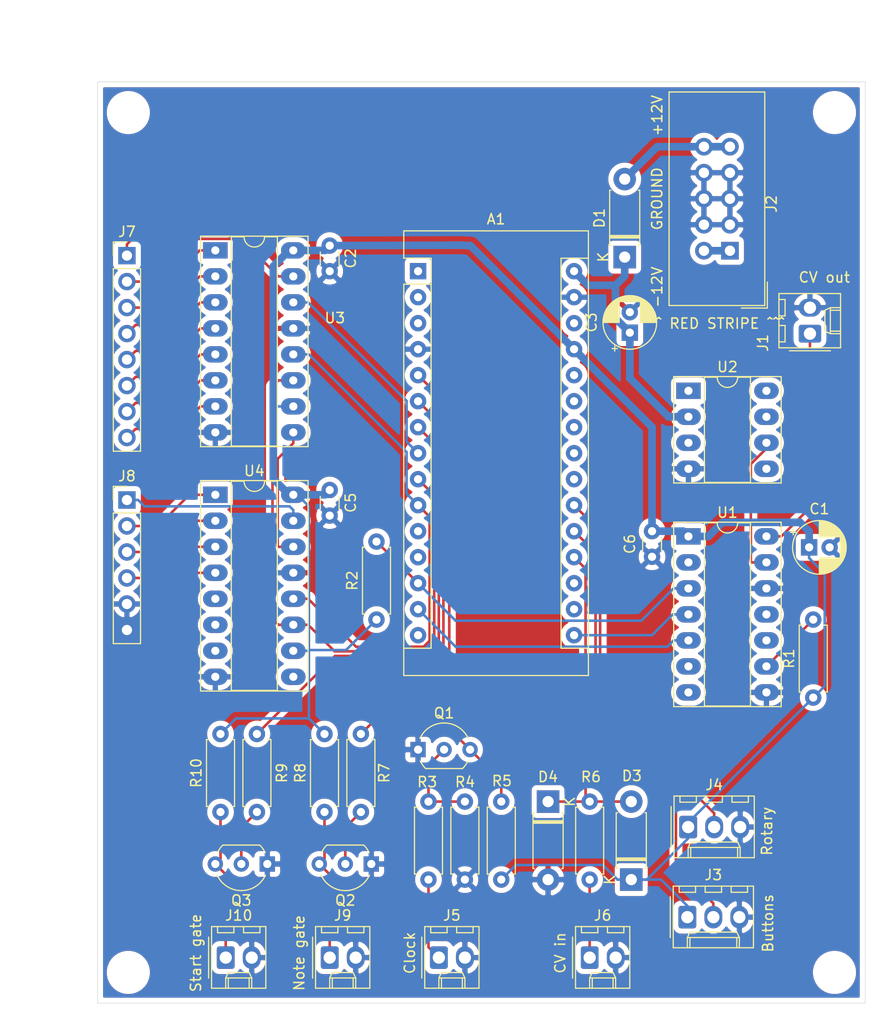
<source format=kicad_pcb>
(kicad_pcb (version 20171130) (host pcbnew 5.1.5-52549c5~84~ubuntu18.04.1)
  (layers (0 F.Cu signal) (31 B.Cu signal) (34 B.Paste user) (35 F.Paste user) (36 B.SilkS user) (37 F.SilkS user) (38 B.Mask user) (39 F.Mask user) (44 Edge.Cuts user))
  (net 0 "")
  (net 1 /Arduino/SCK)
  (net 2 +VIN)
  (net 3 /Arduino/MOSI)
  (net 4 GND)
  (net 5 /Arduino/DAC_CS)
  (net 6 VCC)
  (net 7 /Arduino/D7)
  (net 8 /Arduino/D6)
  (net 9 /Arduino/D5)
  (net 10 /Arduino/D4)
  (net 11 /Arduino/D3)
  (net 12 /Arduino/D2)
  (net 13 /Arduino/A1)
  (net 14 /Arduino/A0)
  (net 15 "/Inputs/Clock in/GATE_IN")
  (net 16 "/Inputs/CV in/CV_IN")
  (net 17 "/Digital out/NOTE_GATE")
  (net 18 "/Digital out/START_GATE")
  (net 19 "/Voltage reference/VREF")
  (net 20 "Net-(A1-Pad15)")
  (net 21 "Net-(A1-Pad28)")
  (net 22 "Net-(A1-Pad12)")
  (net 23 "Net-(A1-Pad11)")
  (net 24 "Net-(A1-Pad26)")
  (net 25 "Net-(A1-Pad25)")
  (net 26 "Net-(A1-Pad24)")
  (net 27 "Net-(A1-Pad23)")
  (net 28 "Net-(A1-Pad22)")
  (net 29 "Net-(A1-Pad3)")
  (net 30 "Net-(A1-Pad18)")
  (net 31 "Net-(A1-Pad2)")
  (net 32 "Net-(A1-Pad17)")
  (net 33 "Net-(A1-Pad1)")
  (net 34 "Net-(D1-Pad2)")
  (net 35 "Net-(J8-Pad4)")
  (net 36 "Net-(J8-Pad3)")
  (net 37 "Net-(J8-Pad2)")
  (net 38 "Net-(J8-Pad1)")
  (net 39 "Net-(Q1-Pad2)")
  (net 40 "Net-(Q2-Pad2)")
  (net 41 "Net-(Q3-Pad2)")
  (net 42 "Net-(R1-Pad2)")
  (net 43 "Net-(U1-Pad7)")
  (net 44 "Net-(U1-Pad6)")
  (net 45 "Net-(U1-Pad11)")
  (net 46 "Net-(U1-Pad10)")
  (net 47 "Net-(U1-Pad2)")
  (net 48 "Net-(U4-Pad9)")
  (net 49 /Arduino/A2)
  (net 50 /DAC/CV_OUT)
  (net 51 "Net-(J7-Pad8)")
  (net 52 "Net-(J7-Pad7)")
  (net 53 "Net-(J7-Pad6)")
  (net 54 "Net-(J7-Pad5)")
  (net 55 "Net-(J7-Pad4)")
  (net 56 "Net-(J7-Pad3)")
  (net 57 "Net-(J7-Pad2)")
  (net 58 "Net-(J7-Pad1)")
  (net 59 "Net-(U2-Pad8)")
  (net 60 "Net-(U2-Pad7)")
  (net 61 "Net-(U2-Pad3)")
  (net 62 "Net-(U2-Pad5)")
  (net 63 "Net-(U2-Pad1)")
  (net 64 "Net-(U3-Pad9)")
  (net 65 "Net-(U4-Pad7)")
  (net 66 "Net-(U4-Pad6)")
  (net 67 "Net-(U4-Pad5)")
  (net 68 "Net-(J2-Pad1)")
  (net 69 "Net-(J8-Pad5)")
  (module Connector_PinHeader_2.54mm:PinHeader_1x06_P2.54mm_Vertical (layer F.Cu) (at 114.864 87.348)
    (fp_text reference J8 (at 0 -2.33) (layer F.SilkS))
    (fp_text value Conn_01x06)
    (pad 6 thru_hole oval (at 0 12.7) (size 1.7 1.7) (drill 1) (layers *.Cu *.Mask) (net 4 GND))
    (pad 5 thru_hole oval (at 0 10.16) (size 1.7 1.7) (drill 1) (layers *.Cu *.Mask) (net 69 "Net-(J8-Pad5)"))
    (pad 4 thru_hole oval (at 0 7.62) (size 1.7 1.7) (drill 1) (layers *.Cu *.Mask) (net 35 "Net-(J8-Pad4)"))
    (pad 3 thru_hole oval (at 0 5.08) (size 1.7 1.7) (drill 1) (layers *.Cu *.Mask) (net 36 "Net-(J8-Pad3)"))
    (pad 2 thru_hole oval (at 0 2.54) (size 1.7 1.7) (drill 1) (layers *.Cu *.Mask) (net 37 "Net-(J8-Pad2)"))
    (pad 1 thru_hole rect (at 0 0) (size 1.7 1.7) (drill 1) (layers *.Cu *.Mask) (net 38 "Net-(J8-Pad1)"))
  )
  (module Connector_Molex:Molex_KK-254_AE-6410-02A_1x02_P2.54mm_Vertical (layer F.Cu) (at 181.6 71.1 90)
    (fp_text reference J1 (at -0.9 -4.6 90) (layer F.SilkS))
    (fp_text value CV_OUT)
    (pad 2 thru_hole oval (at 2.54 0 90) (size 1.74 2.2) (drill 1.2) (layers *.Cu *.Mask) (net 4 GND))
    (pad 1 thru_hole roundrect (at 0 0 90) (size 1.74 2.2) (drill 1.2) (layers *.Cu *.Mask) (roundrect_rratio 0.143678) (net 50 /DAC/CV_OUT))
  )
  (module Connector_Molex:Molex_KK-254_AE-6410-03A_1x03_P2.54mm_Vertical (layer F.Cu) (at 169.62 128.1)
    (fp_text reference J3 (at 2.54 -4.12) (layer F.SilkS))
    (fp_text value BUTTONS)
    (pad 3 thru_hole oval (at 5.08 0) (size 1.74 2.2) (drill 1.2) (layers *.Cu *.Mask) (net 4 GND))
    (pad 2 thru_hole oval (at 2.54 0) (size 1.74 2.2) (drill 1.2) (layers *.Cu *.Mask) (net 13 /Arduino/A1))
    (pad 1 thru_hole roundrect (at 0 0) (size 1.74 2.2) (drill 1.2) (layers *.Cu *.Mask) (roundrect_rratio 0.143678) (net 6 VCC))
  )
  (module Connector_Molex:Molex_KK-254_AE-6410-03A_1x03_P2.54mm_Vertical (layer F.Cu) (at 169.7 119.3)
    (fp_text reference J4 (at 2.54 -4.12) (layer F.SilkS))
    (fp_text value ROTARY)
    (pad 3 thru_hole oval (at 5.08 0) (size 1.74 2.2) (drill 1.2) (layers *.Cu *.Mask) (net 4 GND))
    (pad 2 thru_hole oval (at 2.54 0) (size 1.74 2.2) (drill 1.2) (layers *.Cu *.Mask) (net 49 /Arduino/A2))
    (pad 1 thru_hole roundrect (at 0 0) (size 1.74 2.2) (drill 1.2) (layers *.Cu *.Mask) (roundrect_rratio 0.143678) (net 6 VCC))
  )
  (module Package_DIP:DIP-16_W7.62mm_Socket_LongPads (layer F.Cu) (at 123.5 86.84)
    (fp_text reference U4 (at 3.81 -2.33) (layer F.SilkS))
    (fp_text value 74HC595)
    (pad 16 thru_hole oval (at 7.62 0) (size 2.4 1.6) (drill 0.8) (layers *.Cu *.Mask) (net 6 VCC))
    (pad 8 thru_hole oval (at 0 17.78) (size 2.4 1.6) (drill 0.8) (layers *.Cu *.Mask) (net 4 GND))
    (pad 15 thru_hole oval (at 7.62 2.54) (size 2.4 1.6) (drill 0.8) (layers *.Cu *.Mask) (net 38 "Net-(J8-Pad1)"))
    (pad 7 thru_hole oval (at 0 15.24) (size 2.4 1.6) (drill 0.8) (layers *.Cu *.Mask) (net 65 "Net-(U4-Pad7)"))
    (pad 14 thru_hole oval (at 7.62 5.08) (size 2.4 1.6) (drill 0.8) (layers *.Cu *.Mask) (net 64 "Net-(U3-Pad9)"))
    (pad 6 thru_hole oval (at 0 12.7) (size 2.4 1.6) (drill 0.8) (layers *.Cu *.Mask) (net 66 "Net-(U4-Pad6)"))
    (pad 13 thru_hole oval (at 7.62 7.62) (size 2.4 1.6) (drill 0.8) (layers *.Cu *.Mask) (net 4 GND))
    (pad 5 thru_hole oval (at 0 10.16) (size 2.4 1.6) (drill 0.8) (layers *.Cu *.Mask) (net 67 "Net-(U4-Pad5)"))
    (pad 12 thru_hole oval (at 7.62 10.16) (size 2.4 1.6) (drill 0.8) (layers *.Cu *.Mask) (net 7 /Arduino/D7))
    (pad 4 thru_hole oval (at 0 7.62) (size 2.4 1.6) (drill 0.8) (layers *.Cu *.Mask) (net 69 "Net-(J8-Pad5)"))
    (pad 11 thru_hole oval (at 7.62 12.7) (size 2.4 1.6) (drill 0.8) (layers *.Cu *.Mask) (net 8 /Arduino/D6))
    (pad 3 thru_hole oval (at 0 5.08) (size 2.4 1.6) (drill 0.8) (layers *.Cu *.Mask) (net 35 "Net-(J8-Pad4)"))
    (pad 10 thru_hole oval (at 7.62 15.24) (size 2.4 1.6) (drill 0.8) (layers *.Cu *.Mask) (net 6 VCC))
    (pad 2 thru_hole oval (at 0 2.54) (size 2.4 1.6) (drill 0.8) (layers *.Cu *.Mask) (net 36 "Net-(J8-Pad3)"))
    (pad 9 thru_hole oval (at 7.62 17.78) (size 2.4 1.6) (drill 0.8) (layers *.Cu *.Mask) (net 48 "Net-(U4-Pad9)"))
    (pad 1 thru_hole rect (at 0 0) (size 2.4 1.6) (drill 0.8) (layers *.Cu *.Mask) (net 37 "Net-(J8-Pad2)"))
  )
  (module Package_DIP:DIP-16_W7.62mm_Socket_LongPads (layer F.Cu) (at 123.5 62.964)
    (fp_text reference U3 (at 11.684 6.604) (layer F.SilkS))
    (fp_text value 74HC595)
    (pad 16 thru_hole oval (at 7.62 0) (size 2.4 1.6) (drill 0.8) (layers *.Cu *.Mask) (net 6 VCC))
    (pad 8 thru_hole oval (at 0 17.78) (size 2.4 1.6) (drill 0.8) (layers *.Cu *.Mask) (net 4 GND))
    (pad 15 thru_hole oval (at 7.62 2.54) (size 2.4 1.6) (drill 0.8) (layers *.Cu *.Mask) (net 58 "Net-(J7-Pad1)"))
    (pad 7 thru_hole oval (at 0 15.24) (size 2.4 1.6) (drill 0.8) (layers *.Cu *.Mask) (net 51 "Net-(J7-Pad8)"))
    (pad 14 thru_hole oval (at 7.62 5.08) (size 2.4 1.6) (drill 0.8) (layers *.Cu *.Mask) (net 9 /Arduino/D5))
    (pad 6 thru_hole oval (at 0 12.7) (size 2.4 1.6) (drill 0.8) (layers *.Cu *.Mask) (net 52 "Net-(J7-Pad7)"))
    (pad 13 thru_hole oval (at 7.62 7.62) (size 2.4 1.6) (drill 0.8) (layers *.Cu *.Mask) (net 4 GND))
    (pad 5 thru_hole oval (at 0 10.16) (size 2.4 1.6) (drill 0.8) (layers *.Cu *.Mask) (net 53 "Net-(J7-Pad6)"))
    (pad 12 thru_hole oval (at 7.62 10.16) (size 2.4 1.6) (drill 0.8) (layers *.Cu *.Mask) (net 7 /Arduino/D7))
    (pad 4 thru_hole oval (at 0 7.62) (size 2.4 1.6) (drill 0.8) (layers *.Cu *.Mask) (net 54 "Net-(J7-Pad5)"))
    (pad 11 thru_hole oval (at 7.62 12.7) (size 2.4 1.6) (drill 0.8) (layers *.Cu *.Mask) (net 8 /Arduino/D6))
    (pad 3 thru_hole oval (at 0 5.08) (size 2.4 1.6) (drill 0.8) (layers *.Cu *.Mask) (net 55 "Net-(J7-Pad4)"))
    (pad 10 thru_hole oval (at 7.62 15.24) (size 2.4 1.6) (drill 0.8) (layers *.Cu *.Mask) (net 6 VCC))
    (pad 2 thru_hole oval (at 0 2.54) (size 2.4 1.6) (drill 0.8) (layers *.Cu *.Mask) (net 56 "Net-(J7-Pad3)"))
    (pad 9 thru_hole oval (at 7.62 17.78) (size 2.4 1.6) (drill 0.8) (layers *.Cu *.Mask) (net 64 "Net-(U3-Pad9)"))
    (pad 1 thru_hole rect (at 0 0) (size 2.4 1.6) (drill 0.8) (layers *.Cu *.Mask) (net 57 "Net-(J7-Pad2)"))
  )
  (module Package_DIP:DIP-8_W7.62mm_Socket_LongPads (layer F.Cu) (at 169.728 76.68)
    (fp_text reference U2 (at 3.81 -2.33) (layer F.SilkS))
    (fp_text value REF02CP+)
    (pad 8 thru_hole oval (at 7.62 0) (size 2.4 1.6) (drill 0.8) (layers *.Cu *.Mask) (net 59 "Net-(U2-Pad8)"))
    (pad 4 thru_hole oval (at 0 7.62) (size 2.4 1.6) (drill 0.8) (layers *.Cu *.Mask) (net 4 GND))
    (pad 7 thru_hole oval (at 7.62 2.54) (size 2.4 1.6) (drill 0.8) (layers *.Cu *.Mask) (net 60 "Net-(U2-Pad7)"))
    (pad 3 thru_hole oval (at 0 5.08) (size 2.4 1.6) (drill 0.8) (layers *.Cu *.Mask) (net 61 "Net-(U2-Pad3)"))
    (pad 6 thru_hole oval (at 7.62 5.08) (size 2.4 1.6) (drill 0.8) (layers *.Cu *.Mask) (net 19 "/Voltage reference/VREF"))
    (pad 2 thru_hole oval (at 0 2.54) (size 2.4 1.6) (drill 0.8) (layers *.Cu *.Mask) (net 2 +VIN))
    (pad 5 thru_hole oval (at 7.62 7.62) (size 2.4 1.6) (drill 0.8) (layers *.Cu *.Mask) (net 62 "Net-(U2-Pad5)"))
    (pad 1 thru_hole rect (at 0 0) (size 2.4 1.6) (drill 0.8) (layers *.Cu *.Mask) (net 63 "Net-(U2-Pad1)"))
  )
  (module Package_DIP:DIP-14_W7.62mm_Socket_LongPads (layer F.Cu) (at 169.728 90.904)
    (fp_text reference U1 (at 3.81 -2.33) (layer F.SilkS))
    (fp_text value MCP4922)
    (pad 14 thru_hole oval (at 7.62 0) (size 2.4 1.6) (drill 0.8) (layers *.Cu *.Mask) (net 50 /DAC/CV_OUT))
    (pad 7 thru_hole oval (at 0 15.24) (size 2.4 1.6) (drill 0.8) (layers *.Cu *.Mask) (net 43 "Net-(U1-Pad7)"))
    (pad 13 thru_hole oval (at 7.62 2.54) (size 2.4 1.6) (drill 0.8) (layers *.Cu *.Mask) (net 19 "/Voltage reference/VREF"))
    (pad 6 thru_hole oval (at 0 12.7) (size 2.4 1.6) (drill 0.8) (layers *.Cu *.Mask) (net 44 "Net-(U1-Pad6)"))
    (pad 12 thru_hole oval (at 7.62 5.08) (size 2.4 1.6) (drill 0.8) (layers *.Cu *.Mask) (net 4 GND))
    (pad 5 thru_hole oval (at 0 10.16) (size 2.4 1.6) (drill 0.8) (layers *.Cu *.Mask) (net 3 /Arduino/MOSI))
    (pad 11 thru_hole oval (at 7.62 7.62) (size 2.4 1.6) (drill 0.8) (layers *.Cu *.Mask) (net 45 "Net-(U1-Pad11)"))
    (pad 4 thru_hole oval (at 0 7.62) (size 2.4 1.6) (drill 0.8) (layers *.Cu *.Mask) (net 1 /Arduino/SCK))
    (pad 10 thru_hole oval (at 7.62 10.16) (size 2.4 1.6) (drill 0.8) (layers *.Cu *.Mask) (net 46 "Net-(U1-Pad10)"))
    (pad 3 thru_hole oval (at 0 5.08) (size 2.4 1.6) (drill 0.8) (layers *.Cu *.Mask) (net 5 /Arduino/DAC_CS))
    (pad 9 thru_hole oval (at 7.62 12.7) (size 2.4 1.6) (drill 0.8) (layers *.Cu *.Mask) (net 42 "Net-(R1-Pad2)"))
    (pad 2 thru_hole oval (at 0 2.54) (size 2.4 1.6) (drill 0.8) (layers *.Cu *.Mask) (net 47 "Net-(U1-Pad2)"))
    (pad 8 thru_hole oval (at 7.62 15.24) (size 2.4 1.6) (drill 0.8) (layers *.Cu *.Mask) (net 4 GND))
    (pad 1 thru_hole rect (at 0 0) (size 2.4 1.6) (drill 0.8) (layers *.Cu *.Mask) (net 6 VCC))
  )
  (module Resistor_THT:R_Axial_DIN0207_L6.3mm_D2.5mm_P7.62mm_Horizontal (layer F.Cu) (at 124.008 117.828 90)
    (fp_text reference R10 (at 3.81 -2.37 90) (layer F.SilkS))
    (fp_text value 1k)
    (pad 2 thru_hole oval (at 7.62 0 90) (size 1.6 1.6) (drill 0.8) (layers *.Cu *.Mask) (net 6 VCC))
    (pad 1 thru_hole circle (at 0 0 90) (size 1.6 1.6) (drill 0.8) (layers *.Cu *.Mask) (net 18 "/Digital out/START_GATE"))
  )
  (module Resistor_THT:R_Axial_DIN0207_L6.3mm_D2.5mm_P7.62mm_Horizontal (layer F.Cu) (at 127.564 117.828 90)
    (fp_text reference R9 (at 3.81 2.436 90) (layer F.SilkS))
    (fp_text value 1k)
    (pad 2 thru_hole oval (at 7.62 0 90) (size 1.6 1.6) (drill 0.8) (layers *.Cu *.Mask) (net 10 /Arduino/D4))
    (pad 1 thru_hole circle (at 0 0 90) (size 1.6 1.6) (drill 0.8) (layers *.Cu *.Mask) (net 41 "Net-(Q3-Pad2)"))
  )
  (module Resistor_THT:R_Axial_DIN0207_L6.3mm_D2.5mm_P7.62mm_Horizontal (layer F.Cu) (at 134.168 117.828 90)
    (fp_text reference R8 (at 3.81 -2.37 90) (layer F.SilkS))
    (fp_text value 1k)
    (pad 2 thru_hole oval (at 7.62 0 90) (size 1.6 1.6) (drill 0.8) (layers *.Cu *.Mask) (net 6 VCC))
    (pad 1 thru_hole circle (at 0 0 90) (size 1.6 1.6) (drill 0.8) (layers *.Cu *.Mask) (net 17 "/Digital out/NOTE_GATE"))
  )
  (module Resistor_THT:R_Axial_DIN0207_L6.3mm_D2.5mm_P7.62mm_Horizontal (layer F.Cu) (at 137.724 117.828 90)
    (fp_text reference R7 (at 3.81 2.276 90) (layer F.SilkS))
    (fp_text value 1k)
    (pad 2 thru_hole oval (at 7.62 0 90) (size 1.6 1.6) (drill 0.8) (layers *.Cu *.Mask) (net 11 /Arduino/D3))
    (pad 1 thru_hole circle (at 0 0 90) (size 1.6 1.6) (drill 0.8) (layers *.Cu *.Mask) (net 40 "Net-(Q2-Pad2)"))
  )
  (module Resistor_THT:R_Axial_DIN0207_L6.3mm_D2.5mm_P7.62mm_Horizontal (layer F.Cu) (at 160.076 116.812 270)
    (fp_text reference R6 (at -2.412 -0.124 180) (layer F.SilkS))
    (fp_text value 1k)
    (pad 2 thru_hole oval (at 7.62 0 270) (size 1.6 1.6) (drill 0.8) (layers *.Cu *.Mask) (net 16 "/Inputs/CV in/CV_IN"))
    (pad 1 thru_hole circle (at 0 0 270) (size 1.6 1.6) (drill 0.8) (layers *.Cu *.Mask) (net 14 /Arduino/A0))
  )
  (module Resistor_THT:R_Axial_DIN0207_L6.3mm_D2.5mm_P7.62mm_Horizontal (layer F.Cu) (at 151.44 116.812 270)
    (fp_text reference R5 (at -2.012 -0.06 180) (layer F.SilkS))
    (fp_text value 10k)
    (pad 2 thru_hole oval (at 7.62 0 270) (size 1.6 1.6) (drill 0.8) (layers *.Cu *.Mask) (net 6 VCC))
    (pad 1 thru_hole circle (at 0 0 270) (size 1.6 1.6) (drill 0.8) (layers *.Cu *.Mask) (net 12 /Arduino/D2))
  )
  (module Resistor_THT:R_Axial_DIN0207_L6.3mm_D2.5mm_P7.62mm_Horizontal (layer F.Cu) (at 147.884 124.432 90)
    (fp_text reference R4 (at 9.532 0.016) (layer F.SilkS))
    (fp_text value 1M)
    (pad 2 thru_hole oval (at 7.62 0 90) (size 1.6 1.6) (drill 0.8) (layers *.Cu *.Mask) (net 39 "Net-(Q1-Pad2)"))
    (pad 1 thru_hole circle (at 0 0 90) (size 1.6 1.6) (drill 0.8) (layers *.Cu *.Mask) (net 4 GND))
  )
  (module Resistor_THT:R_Axial_DIN0207_L6.3mm_D2.5mm_P7.62mm_Horizontal (layer F.Cu) (at 144.328 116.812 270)
    (fp_text reference R3 (at -1.912 0.128 180) (layer F.SilkS))
    (fp_text value 100k)
    (pad 2 thru_hole oval (at 7.62 0 270) (size 1.6 1.6) (drill 0.8) (layers *.Cu *.Mask) (net 15 "/Inputs/Clock in/GATE_IN"))
    (pad 1 thru_hole circle (at 0 0 270) (size 1.6 1.6) (drill 0.8) (layers *.Cu *.Mask) (net 39 "Net-(Q1-Pad2)"))
  )
  (module Resistor_THT:R_Axial_DIN0207_L6.3mm_D2.5mm_P7.62mm_Horizontal (layer F.Cu) (at 139.248 99.032 90)
    (fp_text reference R2 (at 3.81 -2.37 90) (layer F.SilkS))
    (fp_text value 10K)
    (pad 2 thru_hole oval (at 7.62 0 90) (size 1.6 1.6) (drill 0.8) (layers *.Cu *.Mask) (net 5 /Arduino/DAC_CS))
    (pad 1 thru_hole circle (at 0 0 90) (size 1.6 1.6) (drill 0.8) (layers *.Cu *.Mask) (net 6 VCC))
  )
  (module Resistor_THT:R_Axial_DIN0207_L6.3mm_D2.5mm_P7.62mm_Horizontal (layer F.Cu) (at 181.92 106.652 90)
    (fp_text reference R1 (at 3.81 -2.37 90) (layer F.SilkS))
    (fp_text value 10K)
    (pad 2 thru_hole oval (at 7.62 0 90) (size 1.6 1.6) (drill 0.8) (layers *.Cu *.Mask) (net 42 "Net-(R1-Pad2)"))
    (pad 1 thru_hole circle (at 0 0 90) (size 1.6 1.6) (drill 0.8) (layers *.Cu *.Mask) (net 6 VCC))
  )
  (module Package_TO_SOT_THT:TO-92_Inline_Wide (layer F.Cu) (at 128.58 122.908 180)
    (fp_text reference Q3 (at 2.54 -3.56) (layer F.SilkS))
    (fp_text value 2N3904)
    (pad 1 thru_hole rect (at 0 0 270) (size 1.5 1.5) (drill 0.8) (layers *.Cu *.Mask) (net 4 GND))
    (pad 3 thru_hole circle (at 5.08 0 270) (size 1.5 1.5) (drill 0.8) (layers *.Cu *.Mask) (net 18 "/Digital out/START_GATE"))
    (pad 2 thru_hole circle (at 2.54 0 270) (size 1.5 1.5) (drill 0.8) (layers *.Cu *.Mask) (net 41 "Net-(Q3-Pad2)"))
  )
  (module Package_TO_SOT_THT:TO-92_Inline_Wide (layer F.Cu) (at 138.74 122.908 180)
    (fp_text reference Q2 (at 2.54 -3.56) (layer F.SilkS))
    (fp_text value 2N3904)
    (pad 1 thru_hole rect (at 0 0 270) (size 1.5 1.5) (drill 0.8) (layers *.Cu *.Mask) (net 4 GND))
    (pad 3 thru_hole circle (at 5.08 0 270) (size 1.5 1.5) (drill 0.8) (layers *.Cu *.Mask) (net 17 "/Digital out/NOTE_GATE"))
    (pad 2 thru_hole circle (at 2.54 0 270) (size 1.5 1.5) (drill 0.8) (layers *.Cu *.Mask) (net 40 "Net-(Q2-Pad2)"))
  )
  (module Package_TO_SOT_THT:TO-92_Inline_Wide (layer F.Cu) (at 143.312 111.732)
    (fp_text reference Q1 (at 2.54 -3.56) (layer F.SilkS))
    (fp_text value 2N3904)
    (pad 1 thru_hole rect (at 0 0 90) (size 1.5 1.5) (drill 0.8) (layers *.Cu *.Mask) (net 4 GND))
    (pad 3 thru_hole circle (at 5.08 0 90) (size 1.5 1.5) (drill 0.8) (layers *.Cu *.Mask) (net 12 /Arduino/D2))
    (pad 2 thru_hole circle (at 2.54 0 90) (size 1.5 1.5) (drill 0.8) (layers *.Cu *.Mask) (net 39 "Net-(Q1-Pad2)"))
  )
  (module Connector_Molex:Molex_KK-254_AE-6410-02A_1x02_P2.54mm_Vertical (layer F.Cu) (at 124.516 132.052)
    (fp_text reference J10 (at 1.27 -4.12) (layer F.SilkS))
    (fp_text value "Start gate")
    (pad 2 thru_hole oval (at 2.54 0) (size 1.74 2.2) (drill 1.2) (layers *.Cu *.Mask) (net 4 GND))
    (pad 1 thru_hole roundrect (at 0 0) (size 1.74 2.2) (drill 1.2) (layers *.Cu *.Mask) (roundrect_rratio 0.143678) (net 18 "/Digital out/START_GATE"))
  )
  (module Connector_Molex:Molex_KK-254_AE-6410-02A_1x02_P2.54mm_Vertical (layer F.Cu) (at 134.676 132.052)
    (fp_text reference J9 (at 1.27 -4.12) (layer F.SilkS))
    (fp_text value "Note gate")
    (pad 2 thru_hole oval (at 2.54 0) (size 1.74 2.2) (drill 1.2) (layers *.Cu *.Mask) (net 4 GND))
    (pad 1 thru_hole roundrect (at 0 0) (size 1.74 2.2) (drill 1.2) (layers *.Cu *.Mask) (roundrect_rratio 0.143678) (net 17 "/Digital out/NOTE_GATE"))
  )
  (module Connector_PinHeader_2.54mm:PinHeader_1x08_P2.54mm_Vertical (layer F.Cu) (at 114.864 63.472)
    (fp_text reference J7 (at 0 -2.33) (layer F.SilkS))
    (fp_text value Conn_01x08)
    (pad 8 thru_hole oval (at 0 17.78) (size 1.7 1.7) (drill 1) (layers *.Cu *.Mask) (net 51 "Net-(J7-Pad8)"))
    (pad 7 thru_hole oval (at 0 15.24) (size 1.7 1.7) (drill 1) (layers *.Cu *.Mask) (net 52 "Net-(J7-Pad7)"))
    (pad 6 thru_hole oval (at 0 12.7) (size 1.7 1.7) (drill 1) (layers *.Cu *.Mask) (net 53 "Net-(J7-Pad6)"))
    (pad 5 thru_hole oval (at 0 10.16) (size 1.7 1.7) (drill 1) (layers *.Cu *.Mask) (net 54 "Net-(J7-Pad5)"))
    (pad 4 thru_hole oval (at 0 7.62) (size 1.7 1.7) (drill 1) (layers *.Cu *.Mask) (net 55 "Net-(J7-Pad4)"))
    (pad 3 thru_hole oval (at 0 5.08) (size 1.7 1.7) (drill 1) (layers *.Cu *.Mask) (net 56 "Net-(J7-Pad3)"))
    (pad 2 thru_hole oval (at 0 2.54) (size 1.7 1.7) (drill 1) (layers *.Cu *.Mask) (net 57 "Net-(J7-Pad2)"))
    (pad 1 thru_hole rect (at 0 0) (size 1.7 1.7) (drill 1) (layers *.Cu *.Mask) (net 58 "Net-(J7-Pad1)"))
  )
  (module Connector_Molex:Molex_KK-254_AE-6410-02A_1x02_P2.54mm_Vertical (layer F.Cu) (at 160.076 132.052)
    (fp_text reference J6 (at 1.27 -4.12) (layer F.SilkS))
    (fp_text value "CV IN")
    (pad 2 thru_hole oval (at 2.54 0) (size 1.74 2.2) (drill 1.2) (layers *.Cu *.Mask) (net 4 GND))
    (pad 1 thru_hole roundrect (at 0 0) (size 1.74 2.2) (drill 1.2) (layers *.Cu *.Mask) (roundrect_rratio 0.143678) (net 16 "/Inputs/CV in/CV_IN"))
  )
  (module Connector_Molex:Molex_KK-254_AE-6410-02A_1x02_P2.54mm_Vertical (layer F.Cu) (at 145.344 132.052)
    (fp_text reference J5 (at 1.27 -4.12) (layer F.SilkS))
    (fp_text value "GATE IN")
    (pad 2 thru_hole oval (at 2.54 0) (size 1.74 2.2) (drill 1.2) (layers *.Cu *.Mask) (net 4 GND))
    (pad 1 thru_hole roundrect (at 0 0) (size 1.74 2.2) (drill 1.2) (layers *.Cu *.Mask) (roundrect_rratio 0.143678) (net 15 "/Inputs/Clock in/GATE_IN"))
  )
  (module Connector_IDC:IDC-Header_2x05_P2.54mm_Vertical (layer F.Cu) (at 173.78 62.996 180)
    (fp_text reference J2 (at -4.064 4.572 90) (layer F.SilkS))
    (fp_text value EURO_PWR_2x5)
    (pad 10 thru_hole oval (at 2.54 10.16 180) (size 1.7272 1.7272) (drill 1.016) (layers *.Cu *.Mask) (net 34 "Net-(D1-Pad2)"))
    (pad 9 thru_hole oval (at 0 10.16 180) (size 1.7272 1.7272) (drill 1.016) (layers *.Cu *.Mask) (net 34 "Net-(D1-Pad2)"))
    (pad 8 thru_hole oval (at 2.54 7.62 180) (size 1.7272 1.7272) (drill 1.016) (layers *.Cu *.Mask) (net 4 GND))
    (pad 7 thru_hole oval (at 0 7.62 180) (size 1.7272 1.7272) (drill 1.016) (layers *.Cu *.Mask) (net 4 GND))
    (pad 6 thru_hole oval (at 2.54 5.08 180) (size 1.7272 1.7272) (drill 1.016) (layers *.Cu *.Mask) (net 4 GND))
    (pad 5 thru_hole oval (at 0 5.08 180) (size 1.7272 1.7272) (drill 1.016) (layers *.Cu *.Mask) (net 4 GND))
    (pad 4 thru_hole oval (at 2.54 2.54 180) (size 1.7272 1.7272) (drill 1.016) (layers *.Cu *.Mask) (net 4 GND))
    (pad 3 thru_hole oval (at 0 2.54 180) (size 1.7272 1.7272) (drill 1.016) (layers *.Cu *.Mask) (net 4 GND))
    (pad 2 thru_hole oval (at 2.54 0 180) (size 1.7272 1.7272) (drill 1.016) (layers *.Cu *.Mask) (net 68 "Net-(J2-Pad1)"))
    (pad 1 thru_hole rect (at 0 0 180) (size 1.7272 1.7272) (drill 1.016) (layers *.Cu *.Mask) (net 68 "Net-(J2-Pad1)"))
  )
  (module MountingHole:MountingHole_3.2mm_M3 (layer F.Cu) (at 184 49.5)
    (fp_text reference H4 hide)
    (fp_text value MountingHole)
    (pad 1 np_thru_hole circle (at 0 0) (size 3.2 3.2) (drill 3.2) (layers *.Cu *.Mask))
  )
  (module MountingHole:MountingHole_3.2mm_M3 (layer F.Cu) (at 115 133.5)
    (fp_text reference H3 hide)
    (fp_text value MountingHole)
    (pad 1 np_thru_hole circle (at 0 0) (size 3.2 3.2) (drill 3.2) (layers *.Cu *.Mask))
  )
  (module MountingHole:MountingHole_3.2mm_M3 (layer F.Cu) (at 115 49.5)
    (fp_text reference H2 hide)
    (fp_text value MountingHole)
    (pad 1 np_thru_hole circle (at 0 0) (size 3.2 3.2) (drill 3.2) (layers *.Cu *.Mask))
  )
  (module MountingHole:MountingHole_3.2mm_M3 (layer F.Cu) (at 184 133.5)
    (fp_text reference H1 hide)
    (fp_text value MountingHole)
    (pad 1 np_thru_hole circle (at 0 0) (size 3.2 3.2) (drill 3.2) (layers *.Cu *.Mask))
  )
  (module Diode_THT:D_DO-41_SOD81_P7.62mm_Horizontal (layer F.Cu) (at 156.012 116.812 270)
    (fp_text reference D4 (at -2.412 0.012) (layer F.SilkS))
    (fp_text value 1N5817)
    (fp_text user K (at 0 -2.1 90) (layer F.SilkS))
    (pad 2 thru_hole oval (at 7.62 0 270) (size 2.2 2.2) (drill 1.1) (layers *.Cu *.Mask) (net 4 GND))
    (pad 1 thru_hole rect (at 0 0 270) (size 2.2 2.2) (drill 1.1) (layers *.Cu *.Mask) (net 14 /Arduino/A0))
  )
  (module Diode_THT:D_DO-41_SOD81_P7.62mm_Horizontal (layer F.Cu) (at 164.14 124.432 90)
    (fp_text reference D3 (at 10.132 0.06 180) (layer F.SilkS))
    (fp_text value 1N5817)
    (fp_text user K (at 0 -2.1 90) (layer F.SilkS))
    (pad 2 thru_hole oval (at 7.62 0 90) (size 2.2 2.2) (drill 1.1) (layers *.Cu *.Mask) (net 14 /Arduino/A0))
    (pad 1 thru_hole rect (at 0 0 90) (size 2.2 2.2) (drill 1.1) (layers *.Cu *.Mask) (net 6 VCC))
  )
  (module Diode_THT:D_DO-41_SOD81_P7.62mm_Horizontal (layer F.Cu) (at 163.5 63.62 90)
    (fp_text reference D1 (at 3.81 -2.47 90) (layer F.SilkS))
    (fp_text value 1N5817)
    (fp_text user K (at 0 -2.1 90) (layer F.SilkS))
    (pad 2 thru_hole oval (at 7.62 0 90) (size 2.2 2.2) (drill 1.1) (layers *.Cu *.Mask) (net 34 "Net-(D1-Pad2)"))
    (pad 1 thru_hole rect (at 0 0 90) (size 2.2 2.2) (drill 1.1) (layers *.Cu *.Mask) (net 2 +VIN))
  )
  (module Capacitor_THT:C_Disc_D3.0mm_W1.6mm_P2.50mm (layer F.Cu) (at 166.172 90.396 270)
    (fp_text reference C6 (at 1.25 2.172 90) (layer F.SilkS))
    (fp_text value 0.1uF)
    (pad 2 thru_hole circle (at 2.5 0 270) (size 1.6 1.6) (drill 0.8) (layers *.Cu *.Mask) (net 4 GND))
    (pad 1 thru_hole circle (at 0 0 270) (size 1.6 1.6) (drill 0.8) (layers *.Cu *.Mask) (net 6 VCC))
  )
  (module Capacitor_THT:C_Disc_D3.0mm_W1.6mm_P2.50mm (layer F.Cu) (at 134.676 86.372 270)
    (fp_text reference C5 (at 1.25 -2.05 90) (layer F.SilkS))
    (fp_text value 0.1uF)
    (pad 2 thru_hole circle (at 2.5 0 270) (size 1.6 1.6) (drill 0.8) (layers *.Cu *.Mask) (net 4 GND))
    (pad 1 thru_hole circle (at 0 0 270) (size 1.6 1.6) (drill 0.8) (layers *.Cu *.Mask) (net 6 VCC))
  )
  (module Capacitor_THT:CP_Radial_D5.0mm_P2.00mm (layer F.Cu) (at 164 71 90)
    (fp_text reference C3 (at 1 -3.75 90) (layer F.SilkS))
    (fp_text value 10uF)
    (pad 2 thru_hole circle (at 2 0 90) (size 1.6 1.6) (drill 0.8) (layers *.Cu *.Mask) (net 4 GND))
    (pad 1 thru_hole rect (at 0 0 90) (size 1.6 1.6) (drill 0.8) (layers *.Cu *.Mask) (net 2 +VIN))
  )
  (module Capacitor_THT:C_Disc_D3.0mm_W1.6mm_P2.50mm (layer F.Cu) (at 134.676 62.496 270)
    (fp_text reference C2 (at 1.25 -2.05 90) (layer F.SilkS))
    (fp_text value 0.1uF)
    (pad 2 thru_hole circle (at 2.5 0 270) (size 1.6 1.6) (drill 0.8) (layers *.Cu *.Mask) (net 4 GND))
    (pad 1 thru_hole circle (at 0 0 270) (size 1.6 1.6) (drill 0.8) (layers *.Cu *.Mask) (net 6 VCC))
  )
  (module Capacitor_THT:CP_Radial_D5.0mm_P2.00mm (layer F.Cu) (at 181.521775 91.974)
    (fp_text reference C1 (at 1 -3.75) (layer F.SilkS))
    (fp_text value 10uF)
    (pad 2 thru_hole circle (at 2 0) (size 1.6 1.6) (drill 0.8) (layers *.Cu *.Mask) (net 4 GND))
    (pad 1 thru_hole rect (at 0 0) (size 1.6 1.6) (drill 0.8) (layers *.Cu *.Mask) (net 6 VCC))
  )
  (module Module:Arduino_Nano (layer F.Cu) (at 143.312 64.996)
    (fp_text reference A1 (at 7.62 -5.08) (layer F.SilkS))
    (fp_text value "Arduino_Nano_v3.x 5V")
    (pad 16 thru_hole oval (at 15.24 35.56) (size 1.6 1.6) (drill 0.8) (layers *.Cu *.Mask) (net 1 /Arduino/SCK))
    (pad 15 thru_hole oval (at 0 35.56) (size 1.6 1.6) (drill 0.8) (layers *.Cu *.Mask) (net 20 "Net-(A1-Pad15)"))
    (pad 30 thru_hole oval (at 15.24 0) (size 1.6 1.6) (drill 0.8) (layers *.Cu *.Mask) (net 2 +VIN))
    (pad 14 thru_hole oval (at 0 33.02) (size 1.6 1.6) (drill 0.8) (layers *.Cu *.Mask) (net 3 /Arduino/MOSI))
    (pad 29 thru_hole oval (at 15.24 2.54) (size 1.6 1.6) (drill 0.8) (layers *.Cu *.Mask) (net 4 GND))
    (pad 13 thru_hole oval (at 0 30.48) (size 1.6 1.6) (drill 0.8) (layers *.Cu *.Mask) (net 5 /Arduino/DAC_CS))
    (pad 28 thru_hole oval (at 15.24 5.08) (size 1.6 1.6) (drill 0.8) (layers *.Cu *.Mask) (net 21 "Net-(A1-Pad28)"))
    (pad 12 thru_hole oval (at 0 27.94) (size 1.6 1.6) (drill 0.8) (layers *.Cu *.Mask) (net 22 "Net-(A1-Pad12)"))
    (pad 27 thru_hole oval (at 15.24 7.62) (size 1.6 1.6) (drill 0.8) (layers *.Cu *.Mask) (net 6 VCC))
    (pad 11 thru_hole oval (at 0 25.4) (size 1.6 1.6) (drill 0.8) (layers *.Cu *.Mask) (net 23 "Net-(A1-Pad11)"))
    (pad 26 thru_hole oval (at 15.24 10.16) (size 1.6 1.6) (drill 0.8) (layers *.Cu *.Mask) (net 24 "Net-(A1-Pad26)"))
    (pad 10 thru_hole oval (at 0 22.86) (size 1.6 1.6) (drill 0.8) (layers *.Cu *.Mask) (net 7 /Arduino/D7))
    (pad 25 thru_hole oval (at 15.24 12.7) (size 1.6 1.6) (drill 0.8) (layers *.Cu *.Mask) (net 25 "Net-(A1-Pad25)"))
    (pad 9 thru_hole oval (at 0 20.32) (size 1.6 1.6) (drill 0.8) (layers *.Cu *.Mask) (net 8 /Arduino/D6))
    (pad 24 thru_hole oval (at 15.24 15.24) (size 1.6 1.6) (drill 0.8) (layers *.Cu *.Mask) (net 26 "Net-(A1-Pad24)"))
    (pad 8 thru_hole oval (at 0 17.78) (size 1.6 1.6) (drill 0.8) (layers *.Cu *.Mask) (net 9 /Arduino/D5))
    (pad 23 thru_hole oval (at 15.24 17.78) (size 1.6 1.6) (drill 0.8) (layers *.Cu *.Mask) (net 27 "Net-(A1-Pad23)"))
    (pad 7 thru_hole oval (at 0 15.24) (size 1.6 1.6) (drill 0.8) (layers *.Cu *.Mask) (net 10 /Arduino/D4))
    (pad 22 thru_hole oval (at 15.24 20.32) (size 1.6 1.6) (drill 0.8) (layers *.Cu *.Mask) (net 28 "Net-(A1-Pad22)"))
    (pad 6 thru_hole oval (at 0 12.7) (size 1.6 1.6) (drill 0.8) (layers *.Cu *.Mask) (net 11 /Arduino/D3))
    (pad 21 thru_hole oval (at 15.24 22.86) (size 1.6 1.6) (drill 0.8) (layers *.Cu *.Mask) (net 49 /Arduino/A2))
    (pad 5 thru_hole oval (at 0 10.16) (size 1.6 1.6) (drill 0.8) (layers *.Cu *.Mask) (net 12 /Arduino/D2))
    (pad 20 thru_hole oval (at 15.24 25.4) (size 1.6 1.6) (drill 0.8) (layers *.Cu *.Mask) (net 13 /Arduino/A1))
    (pad 4 thru_hole oval (at 0 7.62) (size 1.6 1.6) (drill 0.8) (layers *.Cu *.Mask) (net 4 GND))
    (pad 19 thru_hole oval (at 15.24 27.94) (size 1.6 1.6) (drill 0.8) (layers *.Cu *.Mask) (net 14 /Arduino/A0))
    (pad 3 thru_hole oval (at 0 5.08) (size 1.6 1.6) (drill 0.8) (layers *.Cu *.Mask) (net 29 "Net-(A1-Pad3)"))
    (pad 18 thru_hole oval (at 15.24 30.48) (size 1.6 1.6) (drill 0.8) (layers *.Cu *.Mask) (net 30 "Net-(A1-Pad18)"))
    (pad 2 thru_hole oval (at 0 2.54) (size 1.6 1.6) (drill 0.8) (layers *.Cu *.Mask) (net 31 "Net-(A1-Pad2)"))
    (pad 17 thru_hole oval (at 15.24 33.02) (size 1.6 1.6) (drill 0.8) (layers *.Cu *.Mask) (net 32 "Net-(A1-Pad17)"))
    (pad 1 thru_hole rect (at 0 0) (size 1.6 1.6) (drill 0.8) (layers *.Cu *.Mask) (net 33 "Net-(A1-Pad1)"))
  )
  (gr_text "CV out" (at 183 65.6) (layer F.SilkS) (effects (font (size 1 1))))
  (gr_text Buttons (at 177.5 128.7 90) (layer F.SilkS) (effects (font (size 1 1))))
  (gr_text Rotary (at 177.4 119.7 90) (layer F.SilkS) (effects (font (size 1 1))))
  (gr_text Clock (at 142.5 131.6 90) (layer F.SilkS) (effects (font (size 1 1))))
  (gr_text "CV in" (at 157.2 131.6 90) (layer F.SilkS) (effects (font (size 1 1))))
  (gr_text "Note gate" (at 131.7 131.6 90) (layer F.SilkS) (effects (font (size 1 1))))
  (gr_text "Start gate" (at 121.6 131.6 90) (layer F.SilkS) (effects (font (size 1 1))))
  (gr_text -12V (at 166.668 66.552 90) (layer F.SilkS) (effects (font (size 1 1))))
  (gr_text GROUND (at 166.668 57.916 90) (layer F.SilkS) (effects (font (size 1 1))))
  (gr_text +12V (at 166.668 49.788 90) (layer F.SilkS) (effects (font (size 1 1))))
  (gr_text "^^^ RED STRIPE ^^^" (at 172.256 70.108) (layer F.SilkS) (effects (font (size 1 1))))
  (gr_line (start 112 136.5) (end 112 46.5) (layer Edge.Cuts) (width 0.05))
  (gr_line (start 187 136.5) (end 112 136.5) (layer Edge.Cuts) (width 0.05))
  (gr_line (start 187 46.5) (end 187 136.5) (layer Edge.Cuts) (width 0.05))
  (gr_line (start 112 46.5) (end 187 46.5) (layer Edge.Cuts) (width 0.05))
  (segment (start 169.328 98.524) (end 169.728 98.524) (width 0.25) (layer B.Cu) (net 1))
  (segment (start 158.552 100.556) (end 166.172 100.556) (width 0.25) (layer B.Cu) (net 1))
  (segment (start 168.204 98.524) (end 169.328 98.524) (width 0.25) (layer B.Cu) (net 1))
  (segment (start 166.172 100.556) (end 168.204 98.524) (width 0.25) (layer B.Cu) (net 1))
  (segment (start 158.552 64.996) (end 159.927001 66.371001) (width 0.75) (layer B.Cu) (net 2))
  (segment (start 169.728 79.22) (end 170.548557 79.22) (width 0.75) (layer B.Cu) (net 2))
  (segment (start 162.598999 66.371001) (end 159.927001 66.371001) (width 0.75) (layer B.Cu) (net 2))
  (segment (start 163.5 65.47) (end 162.598999 66.371001) (width 0.75) (layer B.Cu) (net 2))
  (segment (start 163.5 63.62) (end 163.5 65.47) (width 0.75) (layer B.Cu) (net 2))
  (segment (start 162.598999 69.598999) (end 164 71) (width 0.75) (layer B.Cu) (net 2))
  (segment (start 162.598999 66.371001) (end 162.598999 69.598999) (width 0.75) (layer B.Cu) (net 2))
  (segment (start 167.778 79.22) (end 169.728 79.22) (width 0.75) (layer B.Cu) (net 2))
  (segment (start 164 75.442) (end 167.778 79.22) (width 0.75) (layer B.Cu) (net 2))
  (segment (start 164 71) (end 164 75.442) (width 0.75) (layer B.Cu) (net 2))
  (segment (start 168.278 101.064) (end 169.728 101.064) (width 0.25) (layer B.Cu) (net 3))
  (segment (start 167.660999 101.681001) (end 168.278 101.064) (width 0.25) (layer B.Cu) (net 3))
  (segment (start 146.977001 101.681001) (end 167.660999 101.681001) (width 0.25) (layer B.Cu) (net 3))
  (segment (start 143.312 98.016) (end 146.977001 101.681001) (width 0.25) (layer B.Cu) (net 3))
  (segment (start 139.248 91.412) (end 143.312 95.476) (width 0.25) (layer F.Cu) (net 5))
  (segment (start 168.278 95.984) (end 169.728 95.984) (width 0.25) (layer B.Cu) (net 5))
  (segment (start 165.120999 99.141001) (end 168.278 95.984) (width 0.25) (layer B.Cu) (net 5))
  (segment (start 146.977001 99.141001) (end 165.120999 99.141001) (width 0.25) (layer B.Cu) (net 5))
  (segment (start 143.312 95.476) (end 146.977001 99.141001) (width 0.25) (layer B.Cu) (net 5))
  (segment (start 134.208 62.964) (end 134.676 62.496) (width 0.75) (layer B.Cu) (net 6))
  (segment (start 131.12 62.964) (end 134.208 62.964) (width 0.75) (layer B.Cu) (net 6))
  (segment (start 134.208 86.84) (end 134.676 86.372) (width 0.75) (layer B.Cu) (net 6))
  (segment (start 131.12 86.84) (end 134.208 86.84) (width 0.75) (layer B.Cu) (net 6))
  (segment (start 158.552 72.616) (end 148.432 62.496) (width 0.75) (layer B.Cu) (net 6))
  (segment (start 166.172 80.236) (end 166.172 90.396) (width 0.75) (layer B.Cu) (net 6))
  (segment (start 158.552 72.616) (end 166.172 80.236) (width 0.75) (layer B.Cu) (net 6))
  (segment (start 169.22 90.396) (end 169.728 90.904) (width 0.75) (layer B.Cu) (net 6))
  (segment (start 166.172 90.396) (end 169.22 90.396) (width 0.75) (layer B.Cu) (net 6))
  (segment (start 132.64501 102.00499) (end 132.57 102.08) (width 0.25) (layer B.Cu) (net 6))
  (segment (start 132.64501 87.96501) (end 132.64501 102.00499) (width 0.25) (layer B.Cu) (net 6))
  (segment (start 131.52 86.84) (end 132.64501 87.96501) (width 0.25) (layer B.Cu) (net 6))
  (segment (start 132.57 102.08) (end 131.12 102.08) (width 0.25) (layer B.Cu) (net 6))
  (segment (start 131.12 86.84) (end 131.52 86.84) (width 0.25) (layer B.Cu) (net 6))
  (segment (start 181.521775 90.424) (end 181.521775 91.974) (width 0.75) (layer B.Cu) (net 6))
  (segment (start 180.626765 89.52899) (end 181.521775 90.424) (width 0.75) (layer B.Cu) (net 6))
  (segment (start 171.678 90.904) (end 173.05301 89.52899) (width 0.75) (layer B.Cu) (net 6))
  (segment (start 173.05301 89.52899) (end 180.626765 89.52899) (width 0.75) (layer B.Cu) (net 6))
  (segment (start 169.728 90.904) (end 171.678 90.904) (width 0.75) (layer B.Cu) (net 6))
  (segment (start 136.27501 102.00499) (end 139.248 99.032) (width 0.25) (layer B.Cu) (net 6))
  (segment (start 132.64501 102.00499) (end 136.27501 102.00499) (width 0.25) (layer B.Cu) (net 6))
  (segment (start 132.64501 108.68501) (end 134.168 110.208) (width 0.25) (layer B.Cu) (net 6))
  (segment (start 132.64501 102.00499) (end 132.64501 108.68501) (width 0.25) (layer B.Cu) (net 6))
  (segment (start 125.53099 108.68501) (end 124.008 110.208) (width 0.25) (layer B.Cu) (net 6))
  (segment (start 132.64501 108.68501) (end 125.53099 108.68501) (width 0.25) (layer B.Cu) (net 6))
  (segment (start 181.521775 93.024) (end 181.521775 91.974) (width 0.25) (layer B.Cu) (net 6))
  (segment (start 183.045001 94.547226) (end 181.521775 93.024) (width 0.25) (layer B.Cu) (net 6))
  (segment (start 183.045001 105.526999) (end 183.045001 94.547226) (width 0.25) (layer B.Cu) (net 6))
  (segment (start 181.92 106.652) (end 183.045001 105.526999) (width 0.25) (layer B.Cu) (net 6))
  (segment (start 152.865001 123.006999) (end 151.44 124.432) (width 0.25) (layer B.Cu) (net 6))
  (segment (start 161.364999 123.006999) (end 152.865001 123.006999) (width 0.25) (layer B.Cu) (net 6))
  (segment (start 162.79 124.432) (end 161.364999 123.006999) (width 0.25) (layer B.Cu) (net 6))
  (segment (start 164.14 124.432) (end 162.79 124.432) (width 0.25) (layer B.Cu) (net 6))
  (segment (start 148.432 62.496) (end 147.376 62.456) (width 0.75) (layer B.Cu) (net 6))
  (segment (start 147.376 62.456) (end 134.676 62.496) (width 0.75) (layer B.Cu) (net 6))
  (segment (start 130.72 86.84) (end 131.12 86.84) (width 0.75) (layer B.Cu) (net 6))
  (segment (start 129.17 85.29) (end 130.72 86.84) (width 0.75) (layer B.Cu) (net 6))
  (segment (start 130.72 62.964) (end 129.17 64.514) (width 0.75) (layer B.Cu) (net 6))
  (segment (start 131.12 62.964) (end 130.72 62.964) (width 0.75) (layer B.Cu) (net 6))
  (segment (start 129.596 78.204) (end 131.12 78.204) (width 0.25) (layer B.Cu) (net 6))
  (segment (start 129.17 77.778) (end 129.596 78.204) (width 0.25) (layer B.Cu) (net 6))
  (segment (start 129.17 77.778) (end 129.17 85.29) (width 0.75) (layer B.Cu) (net 6))
  (segment (start 129.17 64.514) (end 129.17 77.778) (width 0.75) (layer B.Cu) (net 6))
  (segment (start 169.7 118.872) (end 169.7 119.3) (width 0.25) (layer B.Cu) (net 6))
  (segment (start 181.92 106.652) (end 169.7 118.872) (width 0.25) (layer B.Cu) (net 6))
  (segment (start 165.668 124.432) (end 164.14 124.432) (width 0.25) (layer B.Cu) (net 6))
  (segment (start 169.7 120.4) (end 165.668 124.432) (width 0.25) (layer B.Cu) (net 6))
  (segment (start 169.7 119.3) (end 169.7 120.4) (width 0.25) (layer B.Cu) (net 6))
  (segment (start 169.62 127) (end 169.62 128.1) (width 0.25) (layer B.Cu) (net 6))
  (segment (start 167.052 124.432) (end 169.62 127) (width 0.25) (layer B.Cu) (net 6))
  (segment (start 164.14 124.432) (end 167.052 124.432) (width 0.25) (layer B.Cu) (net 6))
  (segment (start 132.57 97) (end 132.64501 96.92499) (width 0.25) (layer F.Cu) (net 7))
  (segment (start 132.57 97) (end 131.12 97) (width 0.25) (layer F.Cu) (net 7))
  (segment (start 137.251001 101.681001) (end 132.57 97) (width 0.25) (layer F.Cu) (net 7))
  (segment (start 143.852001 101.681001) (end 137.251001 101.681001) (width 0.25) (layer F.Cu) (net 7))
  (segment (start 144.437001 101.096001) (end 143.852001 101.681001) (width 0.25) (layer F.Cu) (net 7))
  (segment (start 144.437001 88.981001) (end 144.437001 101.096001) (width 0.25) (layer F.Cu) (net 7))
  (segment (start 143.312 87.856) (end 144.437001 88.981001) (width 0.25) (layer F.Cu) (net 7))
  (segment (start 142.186999 86.730999) (end 143.312 87.856) (width 0.25) (layer B.Cu) (net 7))
  (segment (start 142.186999 82.666999) (end 142.186999 86.730999) (width 0.25) (layer B.Cu) (net 7))
  (segment (start 132.644 73.124) (end 142.186999 82.666999) (width 0.25) (layer B.Cu) (net 7))
  (segment (start 131.12 73.124) (end 132.644 73.124) (width 0.25) (layer B.Cu) (net 7))
  (segment (start 129.67 75.664) (end 131.12 75.664) (width 0.25) (layer F.Cu) (net 8))
  (segment (start 129.088 76.246) (end 129.67 75.664) (width 0.25) (layer F.Cu) (net 8))
  (segment (start 129.088 98.958) (end 129.088 76.246) (width 0.25) (layer F.Cu) (net 8))
  (segment (start 131.12 99.54) (end 129.67 99.54) (width 0.25) (layer F.Cu) (net 8))
  (segment (start 129.67 99.54) (end 129.088 98.958) (width 0.25) (layer F.Cu) (net 8))
  (segment (start 132.57 99.54) (end 131.12 99.54) (width 0.25) (layer F.Cu) (net 8))
  (segment (start 144.038401 102.131011) (end 135.161011 102.131011) (width 0.25) (layer F.Cu) (net 8))
  (segment (start 144.887011 86.891011) (end 144.88701 101.282402) (width 0.25) (layer F.Cu) (net 8))
  (segment (start 135.161011 102.131011) (end 132.57 99.54) (width 0.25) (layer F.Cu) (net 8))
  (segment (start 144.88701 101.282402) (end 144.038401 102.131011) (width 0.25) (layer F.Cu) (net 8))
  (segment (start 143.312 85.316) (end 144.887011 86.891011) (width 0.25) (layer F.Cu) (net 8))
  (segment (start 142.186999 81.650999) (end 143.312 82.776) (width 0.25) (layer B.Cu) (net 9))
  (segment (start 142.186999 77.660999) (end 142.186999 81.650999) (width 0.25) (layer B.Cu) (net 9))
  (segment (start 132.57 68.044) (end 142.186999 77.660999) (width 0.25) (layer B.Cu) (net 9))
  (segment (start 131.12 68.044) (end 132.57 68.044) (width 0.25) (layer B.Cu) (net 9))
  (segment (start 145.337019 82.261019) (end 143.312 80.236) (width 0.25) (layer F.Cu) (net 10))
  (segment (start 145.337019 101.468801) (end 145.337019 82.261019) (width 0.25) (layer F.Cu) (net 10))
  (segment (start 144.224801 102.581021) (end 145.337019 101.468801) (width 0.25) (layer F.Cu) (net 10))
  (segment (start 135.19098 102.58102) (end 144.224801 102.581021) (width 0.25) (layer F.Cu) (net 10))
  (segment (start 127.564 110.208) (end 135.19098 102.58102) (width 0.25) (layer F.Cu) (net 10))
  (segment (start 145.787028 80.171028) (end 143.312 77.696) (width 0.25) (layer F.Cu) (net 11))
  (segment (start 145.787028 102.144972) (end 145.787028 80.171028) (width 0.25) (layer F.Cu) (net 11))
  (segment (start 137.724 110.208) (end 145.787028 102.144972) (width 0.25) (layer F.Cu) (net 11))
  (segment (start 146.36 78.204) (end 143.312 75.156) (width 0.25) (layer F.Cu) (net 12))
  (segment (start 148.392 111.732) (end 146.36 109.7) (width 0.25) (layer F.Cu) (net 12))
  (segment (start 146.36 109.7) (end 146.36 78.204) (width 0.25) (layer F.Cu) (net 12))
  (segment (start 151.44 114.78) (end 151.44 116.812) (width 0.25) (layer F.Cu) (net 12))
  (segment (start 148.392 111.732) (end 151.44 114.78) (width 0.25) (layer F.Cu) (net 12))
  (segment (start 172.16 126.75) (end 172.16 128.1) (width 0.25) (layer F.Cu) (net 13))
  (segment (start 168.50499 123.09499) (end 172.16 126.75) (width 0.25) (layer F.Cu) (net 13))
  (segment (start 168.50499 115.00499) (end 168.50499 123.09499) (width 0.25) (layer F.Cu) (net 13))
  (segment (start 160.64999 107.14999) (end 168.50499 115.00499) (width 0.25) (layer F.Cu) (net 13))
  (segment (start 158.552 90.396) (end 160.64999 92.49399) (width 0.25) (layer F.Cu) (net 13))
  (segment (start 160.64999 92.49399) (end 160.64999 107.14999) (width 0.25) (layer F.Cu) (net 13))
  (segment (start 156.012 116.812) (end 160.076 116.812) (width 0.25) (layer F.Cu) (net 14))
  (segment (start 160.076 116.812) (end 164.14 116.812) (width 0.25) (layer F.Cu) (net 14))
  (segment (start 159.677001 116.413001) (end 160.076 116.812) (width 0.25) (layer F.Cu) (net 14))
  (segment (start 158.552 92.936) (end 159.677001 94.061001) (width 0.25) (layer F.Cu) (net 14))
  (segment (start 159.677001 94.061001) (end 159.677001 116.413001) (width 0.25) (layer F.Cu) (net 14))
  (segment (start 144.328 131.036) (end 145.344 132.052) (width 0.25) (layer F.Cu) (net 15))
  (segment (start 144.328 124.432) (end 144.328 131.036) (width 0.25) (layer F.Cu) (net 15))
  (segment (start 160.076 124.432) (end 160.076 132.052) (width 0.25) (layer F.Cu) (net 16))
  (segment (start 134.168 122.4) (end 133.66 122.908) (width 0.25) (layer F.Cu) (net 17))
  (segment (start 134.168 117.828) (end 134.168 122.4) (width 0.25) (layer F.Cu) (net 17))
  (segment (start 134.676 123.924) (end 134.676 132.052) (width 0.25) (layer F.Cu) (net 17))
  (segment (start 133.66 122.908) (end 134.676 123.924) (width 0.25) (layer F.Cu) (net 17))
  (segment (start 124.008 122.4) (end 123.5 122.908) (width 0.25) (layer F.Cu) (net 18))
  (segment (start 124.008 117.828) (end 124.008 122.4) (width 0.25) (layer F.Cu) (net 18))
  (segment (start 124.516 123.924) (end 124.516 132.052) (width 0.25) (layer F.Cu) (net 18))
  (segment (start 123.5 122.908) (end 124.516 123.924) (width 0.25) (layer F.Cu) (net 18))
  (segment (start 175.82299 93.36899) (end 175.898 93.444) (width 0.25) (layer F.Cu) (net 19))
  (segment (start 175.82299 83.834006) (end 175.82299 93.36899) (width 0.25) (layer F.Cu) (net 19))
  (segment (start 177.348 82.308996) (end 175.82299 83.834006) (width 0.25) (layer F.Cu) (net 19))
  (segment (start 175.898 93.444) (end 177.348 93.444) (width 0.25) (layer F.Cu) (net 19))
  (segment (start 177.348 81.76) (end 177.348 82.308996) (width 0.25) (layer F.Cu) (net 19))
  (segment (start 171.24 52.836) (end 173.78 52.836) (width 0.75) (layer B.Cu) (net 34))
  (segment (start 166.664 52.836) (end 163.5 56) (width 0.75) (layer B.Cu) (net 34))
  (segment (start 171.24 52.836) (end 166.664 52.836) (width 0.75) (layer B.Cu) (net 34))
  (segment (start 114.864 94.968) (end 118.42 94.968) (width 0.25) (layer F.Cu) (net 35))
  (segment (start 121.468 91.92) (end 123.5 91.92) (width 0.25) (layer F.Cu) (net 35))
  (segment (start 118.42 94.968) (end 121.468 91.92) (width 0.25) (layer F.Cu) (net 35))
  (segment (start 114.864 92.428) (end 118.42 92.428) (width 0.25) (layer F.Cu) (net 36))
  (segment (start 121.468 89.38) (end 123.5 89.38) (width 0.25) (layer F.Cu) (net 36))
  (segment (start 118.42 92.428) (end 121.468 89.38) (width 0.25) (layer F.Cu) (net 36))
  (segment (start 114.864 89.888) (end 117.912 89.888) (width 0.25) (layer F.Cu) (net 37))
  (segment (start 120.96 86.84) (end 123.5 86.84) (width 0.25) (layer F.Cu) (net 37))
  (segment (start 117.912 89.888) (end 120.96 86.84) (width 0.25) (layer F.Cu) (net 37))
  (segment (start 115.964 87.348) (end 114.864 87.348) (width 0.25) (layer B.Cu) (net 38))
  (segment (start 130.75501 87.96501) (end 116.58101 87.96501) (width 0.25) (layer B.Cu) (net 38))
  (segment (start 116.58101 87.96501) (end 115.964 87.348) (width 0.25) (layer B.Cu) (net 38))
  (segment (start 131.12 88.33) (end 130.75501 87.96501) (width 0.25) (layer B.Cu) (net 38))
  (segment (start 131.12 89.38) (end 131.12 88.33) (width 0.25) (layer B.Cu) (net 38))
  (segment (start 144.328 113.256) (end 144.328 116.812) (width 0.25) (layer F.Cu) (net 39))
  (segment (start 145.852 111.732) (end 144.328 113.256) (width 0.25) (layer F.Cu) (net 39))
  (segment (start 144.328 116.812) (end 147.884 116.812) (width 0.25) (layer F.Cu) (net 39))
  (segment (start 137.724 117.828) (end 136.2 119.352) (width 0.25) (layer F.Cu) (net 40))
  (segment (start 136.2 119.352) (end 136.2 122.908) (width 0.25) (layer F.Cu) (net 40))
  (segment (start 126.04 119.352) (end 126.04 122.908) (width 0.25) (layer F.Cu) (net 41))
  (segment (start 127.564 117.828) (end 126.04 119.352) (width 0.25) (layer F.Cu) (net 41))
  (segment (start 181.92 99.032) (end 177.348 103.604) (width 0.25) (layer F.Cu) (net 42))
  (segment (start 161.1 90.404) (end 158.552 87.856) (width 0.25) (layer F.Cu) (net 49))
  (segment (start 161.1 106.81) (end 161.1 90.404) (width 0.25) (layer F.Cu) (net 49))
  (segment (start 172.24 119.3) (end 172.24 117.95) (width 0.25) (layer F.Cu) (net 49))
  (segment (start 172.24 117.95) (end 161.1 106.81) (width 0.25) (layer F.Cu) (net 49))
  (segment (start 178.798 90.904) (end 177.348 90.904) (width 0.25) (layer F.Cu) (net 50))
  (segment (start 181.6 88.102) (end 178.798 90.904) (width 0.25) (layer F.Cu) (net 50))
  (segment (start 181.6 71.1) (end 181.6 88.102) (width 0.25) (layer F.Cu) (net 50))
  (segment (start 119.851999 80.402001) (end 122.05 78.204) (width 0.25) (layer F.Cu) (net 51))
  (segment (start 122.05 78.204) (end 123.5 78.204) (width 0.25) (layer F.Cu) (net 51))
  (segment (start 115.713999 80.402001) (end 119.851999 80.402001) (width 0.25) (layer F.Cu) (net 51))
  (segment (start 114.864 81.252) (end 115.713999 80.402001) (width 0.25) (layer F.Cu) (net 51))
  (segment (start 122.05 75.664) (end 123.5 75.664) (width 0.25) (layer F.Cu) (net 52))
  (segment (start 119.851999 77.862001) (end 122.05 75.664) (width 0.25) (layer F.Cu) (net 52))
  (segment (start 115.713999 77.862001) (end 119.851999 77.862001) (width 0.25) (layer F.Cu) (net 52))
  (segment (start 114.864 78.712) (end 115.713999 77.862001) (width 0.25) (layer F.Cu) (net 52))
  (segment (start 122.05 73.124) (end 123.5 73.124) (width 0.25) (layer F.Cu) (net 53))
  (segment (start 115.713999 75.322001) (end 119.851999 75.322001) (width 0.25) (layer F.Cu) (net 53))
  (segment (start 119.851999 75.322001) (end 122.05 73.124) (width 0.25) (layer F.Cu) (net 53))
  (segment (start 114.864 76.172) (end 115.713999 75.322001) (width 0.25) (layer F.Cu) (net 53))
  (segment (start 122.05 70.584) (end 123.5 70.584) (width 0.25) (layer F.Cu) (net 54))
  (segment (start 119.851999 72.782001) (end 122.05 70.584) (width 0.25) (layer F.Cu) (net 54))
  (segment (start 115.713999 72.782001) (end 119.851999 72.782001) (width 0.25) (layer F.Cu) (net 54))
  (segment (start 114.864 73.632) (end 115.713999 72.782001) (width 0.25) (layer F.Cu) (net 54))
  (segment (start 122.05 68.044) (end 123.5 68.044) (width 0.25) (layer F.Cu) (net 55))
  (segment (start 119.851999 70.242001) (end 122.05 68.044) (width 0.25) (layer F.Cu) (net 55))
  (segment (start 115.713999 70.242001) (end 119.851999 70.242001) (width 0.25) (layer F.Cu) (net 55))
  (segment (start 114.864 71.092) (end 115.713999 70.242001) (width 0.25) (layer F.Cu) (net 55))
  (segment (start 121.976 65.504) (end 123.1 65.504) (width 0.25) (layer F.Cu) (net 56))
  (segment (start 123.1 65.504) (end 123.5 65.504) (width 0.25) (layer F.Cu) (net 56))
  (segment (start 114.864 68.552) (end 118.928 68.552) (width 0.25) (layer F.Cu) (net 56))
  (segment (start 118.928 68.552) (end 121.976 65.504) (width 0.25) (layer F.Cu) (net 56))
  (segment (start 123.1 62.964) (end 123.5 62.964) (width 0.25) (layer F.Cu) (net 57))
  (segment (start 114.864 66.012) (end 118.928 66.012) (width 0.25) (layer F.Cu) (net 57))
  (segment (start 121.976 62.964) (end 123.1 62.964) (width 0.25) (layer F.Cu) (net 57))
  (segment (start 118.928 66.012) (end 121.976 62.964) (width 0.25) (layer F.Cu) (net 57))
  (segment (start 114.864 62.372) (end 114.864 63.472) (width 0.25) (layer F.Cu) (net 58))
  (segment (start 126.004999 61.838999) (end 115.397001 61.838999) (width 0.25) (layer F.Cu) (net 58))
  (segment (start 115.397001 61.838999) (end 114.864 62.372) (width 0.25) (layer F.Cu) (net 58))
  (segment (start 129.67 65.504) (end 126.004999 61.838999) (width 0.25) (layer F.Cu) (net 58))
  (segment (start 131.12 65.504) (end 129.67 65.504) (width 0.25) (layer F.Cu) (net 58))
  (segment (start 129.59499 91.84499) (end 129.67 91.92) (width 0.25) (layer F.Cu) (net 64))
  (segment (start 129.67 91.92) (end 131.12 91.92) (width 0.25) (layer F.Cu) (net 64))
  (segment (start 129.59499 83.31901) (end 129.59499 91.84499) (width 0.25) (layer F.Cu) (net 64))
  (segment (start 131.12 81.794) (end 129.59499 83.31901) (width 0.25) (layer F.Cu) (net 64))
  (segment (start 131.12 80.744) (end 131.12 81.794) (width 0.25) (layer F.Cu) (net 64))
  (segment (start 171.24 62.996) (end 173.78 62.996) (width 0.75) (layer B.Cu) (net 68))
  (segment (start 123.1 94.46) (end 123.5 94.46) (width 0.25) (layer F.Cu) (net 69))
  (segment (start 121.77 94.46) (end 123.1 94.46) (width 0.25) (layer F.Cu) (net 69))
  (segment (start 114.864 97.508) (end 118.722 97.508) (width 0.25) (layer F.Cu) (net 69))
  (segment (start 118.722 97.508) (end 121.77 94.46) (width 0.25) (layer F.Cu) (net 69))
  (zone (net 4) (net_name GND) (layer F.Cu) (connect_pads (clearance 0.508)) (min_thickness 0.254) (fill yes (arc_segments 32) (thermal_gap 0.508) (thermal_bridge_width 0.508))
    (polygon (pts (xy 189 138.5) (xy 110 138.5) (xy 110 44.5) (xy 189 44.5)))
  )
  (zone (net 4) (net_name GND) (layer B.Cu) (connect_pads (clearance 0.508)) (min_thickness 0.254) (fill yes (arc_segments 32) (thermal_gap 0.508) (thermal_bridge_width 0.508))
    (polygon (pts (xy 189 138.5) (xy 110 138.5) (xy 110 44.5) (xy 189 44.5)))
  )
)
</source>
